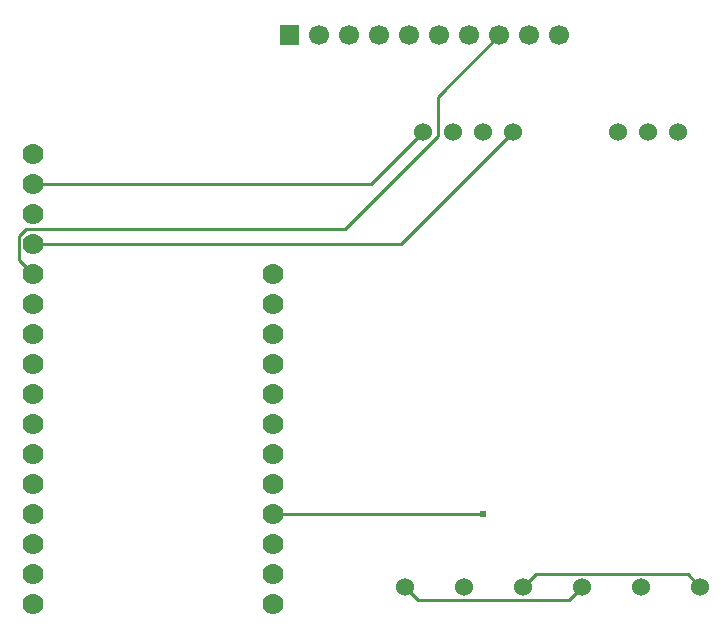
<source format=gtl>
G04 Layer: TopLayer*
G04 EasyEDA v6.5.5, 2022-06-07 18:50:17*
G04 7653fe5fde93489792365d8cfc8fd1ed,10*
G04 Gerber Generator version 0.2*
G04 Scale: 100 percent, Rotated: No, Reflected: No *
G04 Dimensions in millimeters *
G04 leading zeros omitted , absolute positions ,4 integer and 5 decimal *
%FSLAX45Y45*%
%MOMM*%

%ADD10C,0.2540*%
%ADD11C,0.6096*%
%ADD12C,1.5240*%
%ADD13C,1.7780*%
%ADD14C,1.7000*%

%LPD*%
D10*
X1308100Y3568700D02*
G01*
X1190345Y3686454D01*
X1190345Y3888968D01*
X1251077Y3949700D01*
X3952138Y3949700D01*
X4736998Y4734560D01*
X4736998Y5067198D01*
X5257800Y5588000D01*
X3340100Y1536700D02*
G01*
X5117998Y1536700D01*
X1308100Y4330700D02*
G01*
X4174794Y4330700D01*
X4609998Y4765903D01*
X1308100Y3822700D02*
G01*
X4428794Y3822700D01*
X5371998Y4765903D01*
X6960006Y915898D02*
G01*
X6852335Y1023569D01*
X5567679Y1023569D01*
X5460009Y915898D01*
X5960008Y915898D02*
G01*
X5851321Y807212D01*
X4568697Y807212D01*
X4460011Y915898D01*
D12*
G01*
X4460011Y915898D03*
G01*
X4960010Y915898D03*
G01*
X5460009Y915898D03*
G01*
X5960008Y915898D03*
G01*
X6460007Y915898D03*
G01*
X6960006Y915898D03*
G01*
X4609998Y4765903D03*
G01*
X4863998Y4765903D03*
G01*
X5117998Y4765903D03*
G01*
X5371998Y4765903D03*
G01*
X6260007Y4765903D03*
G01*
X6514007Y4765903D03*
G01*
X6768007Y4765903D03*
D13*
G01*
X3340100Y3568700D03*
G01*
X3340100Y3314700D03*
G01*
X3340100Y3060700D03*
G01*
X3340100Y2806700D03*
G01*
X3340100Y2552700D03*
G01*
X3340100Y2298700D03*
G01*
X3340100Y2044700D03*
G01*
X3340100Y1790700D03*
G01*
X3340100Y1536700D03*
G01*
X3340100Y1282700D03*
G01*
X3340100Y1028700D03*
G01*
X3340100Y774700D03*
G01*
X1308100Y3568700D03*
G01*
X1308100Y3314700D03*
G01*
X1308100Y3060700D03*
G01*
X1308100Y2806700D03*
G01*
X1308100Y2552700D03*
G01*
X1308100Y2298700D03*
G01*
X1308100Y2044700D03*
G01*
X1308100Y1790700D03*
G01*
X1308100Y1536700D03*
G01*
X1308100Y1282700D03*
G01*
X1308100Y1028700D03*
G01*
X1308100Y774700D03*
G01*
X1308100Y3822700D03*
G01*
X1308100Y4076700D03*
G01*
X1308100Y4330700D03*
G01*
X1308100Y4584700D03*
D14*
G01*
X5765800Y5588000D03*
G01*
X5511800Y5588000D03*
G01*
X5257800Y5588000D03*
G01*
X5003800Y5588000D03*
G01*
X4749800Y5588000D03*
G01*
X4495800Y5588000D03*
G01*
X4241800Y5588000D03*
G01*
X3987800Y5588000D03*
G01*
X3733800Y5588000D03*
G36*
X3401059Y5673001D02*
G01*
X3558540Y5673001D01*
X3558540Y5502998D01*
X3401059Y5502998D01*
G37*
D11*
G01*
X5117998Y1536700D03*
M02*

</source>
